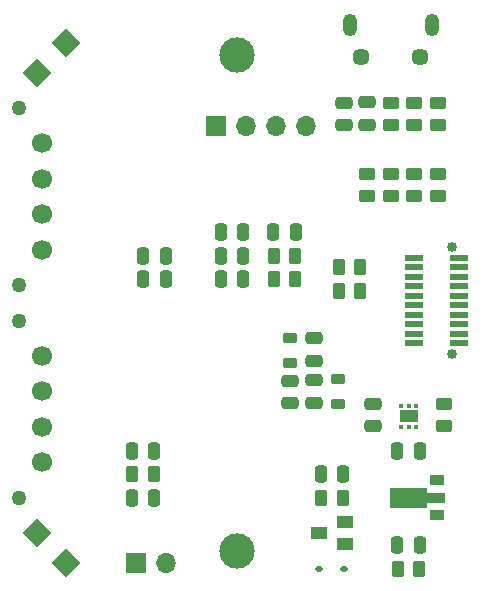
<source format=gbs>
%TF.GenerationSoftware,KiCad,Pcbnew,7.0.2*%
%TF.CreationDate,2023-11-21T14:16:57-06:00*%
%TF.ProjectId,BPS-PeripheralSOM,4250532d-5065-4726-9970-686572616c53,rev?*%
%TF.SameCoordinates,Original*%
%TF.FileFunction,Soldermask,Bot*%
%TF.FilePolarity,Negative*%
%FSLAX46Y46*%
G04 Gerber Fmt 4.6, Leading zero omitted, Abs format (unit mm)*
G04 Created by KiCad (PCBNEW 7.0.2) date 2023-11-21 14:16:57*
%MOMM*%
%LPD*%
G01*
G04 APERTURE LIST*
G04 Aperture macros list*
%AMRoundRect*
0 Rectangle with rounded corners*
0 $1 Rounding radius*
0 $2 $3 $4 $5 $6 $7 $8 $9 X,Y pos of 4 corners*
0 Add a 4 corners polygon primitive as box body*
4,1,4,$2,$3,$4,$5,$6,$7,$8,$9,$2,$3,0*
0 Add four circle primitives for the rounded corners*
1,1,$1+$1,$2,$3*
1,1,$1+$1,$4,$5*
1,1,$1+$1,$6,$7*
1,1,$1+$1,$8,$9*
0 Add four rect primitives between the rounded corners*
20,1,$1+$1,$2,$3,$4,$5,0*
20,1,$1+$1,$4,$5,$6,$7,0*
20,1,$1+$1,$6,$7,$8,$9,0*
20,1,$1+$1,$8,$9,$2,$3,0*%
%AMRotRect*
0 Rectangle, with rotation*
0 The origin of the aperture is its center*
0 $1 length*
0 $2 width*
0 $3 Rotation angle, in degrees counterclockwise*
0 Add horizontal line*
21,1,$1,$2,0,0,$3*%
%AMFreePoly0*
4,1,9,3.862500,-0.866500,0.737500,-0.866500,0.737500,-0.450000,-0.737500,-0.450000,-0.737500,0.450000,0.737500,0.450000,0.737500,0.866500,3.862500,0.866500,3.862500,-0.866500,3.862500,-0.866500,$1*%
G04 Aperture macros list end*
%ADD10RotRect,1.700000X1.700000X45.000000*%
%ADD11R,1.700000X1.700000*%
%ADD12O,1.700000X1.700000*%
%ADD13C,1.270000*%
%ADD14C,1.700000*%
%ADD15RotRect,1.700000X1.700000X315.000000*%
%ADD16C,3.000000*%
%ADD17O,1.200000X1.900000*%
%ADD18C,1.450000*%
%ADD19C,0.850000*%
%ADD20R,1.500000X0.550000*%
%ADD21R,1.400000X1.000000*%
%ADD22RoundRect,0.250000X0.250000X0.475000X-0.250000X0.475000X-0.250000X-0.475000X0.250000X-0.475000X0*%
%ADD23RoundRect,0.112500X0.187500X0.112500X-0.187500X0.112500X-0.187500X-0.112500X0.187500X-0.112500X0*%
%ADD24RoundRect,0.250000X-0.475000X0.250000X-0.475000X-0.250000X0.475000X-0.250000X0.475000X0.250000X0*%
%ADD25RoundRect,0.250000X-0.450000X0.262500X-0.450000X-0.262500X0.450000X-0.262500X0.450000X0.262500X0*%
%ADD26RoundRect,0.250000X-0.262500X-0.450000X0.262500X-0.450000X0.262500X0.450000X-0.262500X0.450000X0*%
%ADD27RoundRect,0.250000X0.450000X-0.262500X0.450000X0.262500X-0.450000X0.262500X-0.450000X-0.262500X0*%
%ADD28RoundRect,0.250000X0.475000X-0.250000X0.475000X0.250000X-0.475000X0.250000X-0.475000X-0.250000X0*%
%ADD29RoundRect,0.093750X-0.106250X0.093750X-0.106250X-0.093750X0.106250X-0.093750X0.106250X0.093750X0*%
%ADD30R,1.600000X1.000000*%
%ADD31R,1.300000X0.900000*%
%ADD32FreePoly0,180.000000*%
%ADD33RoundRect,0.218750X-0.381250X0.218750X-0.381250X-0.218750X0.381250X-0.218750X0.381250X0.218750X0*%
%ADD34RoundRect,0.250000X0.262500X0.450000X-0.262500X0.450000X-0.262500X-0.450000X0.262500X-0.450000X0*%
%ADD35RoundRect,0.250000X-0.250000X-0.475000X0.250000X-0.475000X0.250000X0.475000X-0.250000X0.475000X0*%
%ADD36RoundRect,0.218750X0.381250X-0.218750X0.381250X0.218750X-0.381250X0.218750X-0.381250X-0.218750X0*%
G04 APERTURE END LIST*
D10*
%TO.C,TP4*%
X103000000Y-84500000D03*
%TD*%
D11*
%TO.C,J1*%
X118200000Y-50000000D03*
D12*
X120740000Y-50000000D03*
X123280000Y-50000000D03*
X125820000Y-50000000D03*
%TD*%
D13*
%TO.C,J4*%
X101540000Y-81500000D03*
X101540000Y-66500000D03*
D14*
X103500000Y-78500000D03*
X103500000Y-75500000D03*
X103500000Y-72500000D03*
X103500000Y-69500000D03*
%TD*%
D15*
%TO.C,TP6*%
X103000000Y-45500000D03*
%TD*%
D11*
%TO.C,JP2*%
X111460000Y-87000000D03*
D12*
X114000000Y-87000000D03*
%TD*%
D15*
%TO.C,TP1*%
X105500000Y-43000000D03*
%TD*%
D16*
%TO.C,MH1*%
X120000000Y-86000000D03*
%TD*%
D17*
%TO.C,J3*%
X136500000Y-41500000D03*
D18*
X135500000Y-44200000D03*
X130500000Y-44200000D03*
D17*
X129500000Y-41500000D03*
%TD*%
D13*
%TO.C,J2*%
X101540000Y-63500000D03*
X101540000Y-48500000D03*
D14*
X103500000Y-60500000D03*
X103500000Y-57500000D03*
X103500000Y-54500000D03*
X103500000Y-51500000D03*
%TD*%
D16*
%TO.C,MH2*%
X120000000Y-44000000D03*
%TD*%
D10*
%TO.C,TP3*%
X105500000Y-87000000D03*
%TD*%
D19*
%TO.C,J6*%
X138200000Y-69300000D03*
X138200000Y-60300000D03*
D20*
X135000000Y-61200000D03*
X138800000Y-61200000D03*
X135000000Y-62000000D03*
X138800000Y-62000000D03*
X135000000Y-62800000D03*
X138800000Y-62800000D03*
X135000000Y-63600000D03*
X138800000Y-63600000D03*
X135000000Y-64400000D03*
X138800000Y-64400000D03*
X135000000Y-65200000D03*
X138800000Y-65200000D03*
X135000000Y-66000000D03*
X138800000Y-66000000D03*
X135000000Y-66800000D03*
X138800000Y-66800000D03*
X135000000Y-67600000D03*
X138800000Y-67600000D03*
X135000000Y-68400000D03*
X138800000Y-68400000D03*
%TD*%
D21*
%TO.C,Q1*%
X129100000Y-83550000D03*
X129100000Y-85450000D03*
X126900000Y-84500000D03*
%TD*%
D22*
%TO.C,C2*%
X113950000Y-61000000D03*
X112050000Y-61000000D03*
%TD*%
D23*
%TO.C,D3*%
X129050000Y-87500000D03*
X126950000Y-87500000D03*
%TD*%
D22*
%TO.C,C6*%
X112950000Y-81500000D03*
X111050000Y-81500000D03*
%TD*%
D24*
%TO.C,C7*%
X124500000Y-71600000D03*
X124500000Y-73500000D03*
%TD*%
D22*
%TO.C,C8*%
X135450000Y-85500000D03*
X133550000Y-85500000D03*
%TD*%
D25*
%TO.C,R10*%
X135000000Y-54087500D03*
X135000000Y-55912500D03*
%TD*%
D22*
%TO.C,C17*%
X120500000Y-61000000D03*
X118600000Y-61000000D03*
%TD*%
D25*
%TO.C,R12*%
X133000000Y-54087500D03*
X133000000Y-55912500D03*
%TD*%
D22*
%TO.C,C11*%
X113950000Y-63000000D03*
X112050000Y-63000000D03*
%TD*%
D26*
%TO.C,R2*%
X123087500Y-63000000D03*
X124912500Y-63000000D03*
%TD*%
D27*
%TO.C,R9*%
X131000000Y-55912500D03*
X131000000Y-54087500D03*
%TD*%
D22*
%TO.C,C16*%
X120500000Y-59000000D03*
X118600000Y-59000000D03*
%TD*%
D28*
%TO.C,C10*%
X131000000Y-49900000D03*
X131000000Y-48000000D03*
%TD*%
D24*
%TO.C,C19*%
X131500000Y-73550000D03*
X131500000Y-75450000D03*
%TD*%
D29*
%TO.C,U6*%
X133850000Y-73725000D03*
X134500000Y-73725000D03*
X135150000Y-73725000D03*
X135150000Y-75500000D03*
X134500000Y-75500000D03*
X133850000Y-75500000D03*
D30*
X134500000Y-74612500D03*
%TD*%
D22*
%TO.C,C4*%
X112950000Y-77500000D03*
X111050000Y-77500000D03*
%TD*%
D25*
%TO.C,R1*%
X137500000Y-73587500D03*
X137500000Y-75412500D03*
%TD*%
D31*
%TO.C,Q2*%
X136950000Y-80000000D03*
D32*
X136862500Y-81500000D03*
D31*
X136950000Y-83000000D03*
%TD*%
D28*
%TO.C,C9*%
X129000000Y-49950000D03*
X129000000Y-48050000D03*
%TD*%
D27*
%TO.C,R5*%
X133000000Y-49912500D03*
X133000000Y-48087500D03*
%TD*%
%TO.C,R4*%
X135000000Y-49912500D03*
X135000000Y-48087500D03*
%TD*%
%TO.C,R13*%
X137000000Y-55912500D03*
X137000000Y-54087500D03*
%TD*%
D22*
%TO.C,C18*%
X135450000Y-77500000D03*
X133550000Y-77500000D03*
%TD*%
D33*
%TO.C,FB4*%
X124500000Y-67937500D03*
X124500000Y-70062500D03*
%TD*%
D34*
%TO.C,R14*%
X135412500Y-87500000D03*
X133587500Y-87500000D03*
%TD*%
%TO.C,R16*%
X112912500Y-79500000D03*
X111087500Y-79500000D03*
%TD*%
D24*
%TO.C,C12*%
X126500000Y-71550000D03*
X126500000Y-73450000D03*
%TD*%
D35*
%TO.C,C1*%
X127050000Y-79500000D03*
X128950000Y-79500000D03*
%TD*%
D26*
%TO.C,R7*%
X127087500Y-81500000D03*
X128912500Y-81500000D03*
%TD*%
D35*
%TO.C,C13*%
X123050000Y-59000000D03*
X124950000Y-59000000D03*
%TD*%
D26*
%TO.C,R20*%
X128587500Y-62000000D03*
X130412500Y-62000000D03*
%TD*%
D36*
%TO.C,FB1*%
X128500000Y-73562500D03*
X128500000Y-71437500D03*
%TD*%
D22*
%TO.C,C14*%
X120500000Y-63000000D03*
X118600000Y-63000000D03*
%TD*%
D27*
%TO.C,R3*%
X137000000Y-49912500D03*
X137000000Y-48087500D03*
%TD*%
D26*
%TO.C,R15*%
X128587500Y-64000000D03*
X130412500Y-64000000D03*
%TD*%
D28*
%TO.C,C15*%
X126500000Y-69900000D03*
X126500000Y-68000000D03*
%TD*%
D26*
%TO.C,R8*%
X123087500Y-61000000D03*
X124912500Y-61000000D03*
%TD*%
M02*

</source>
